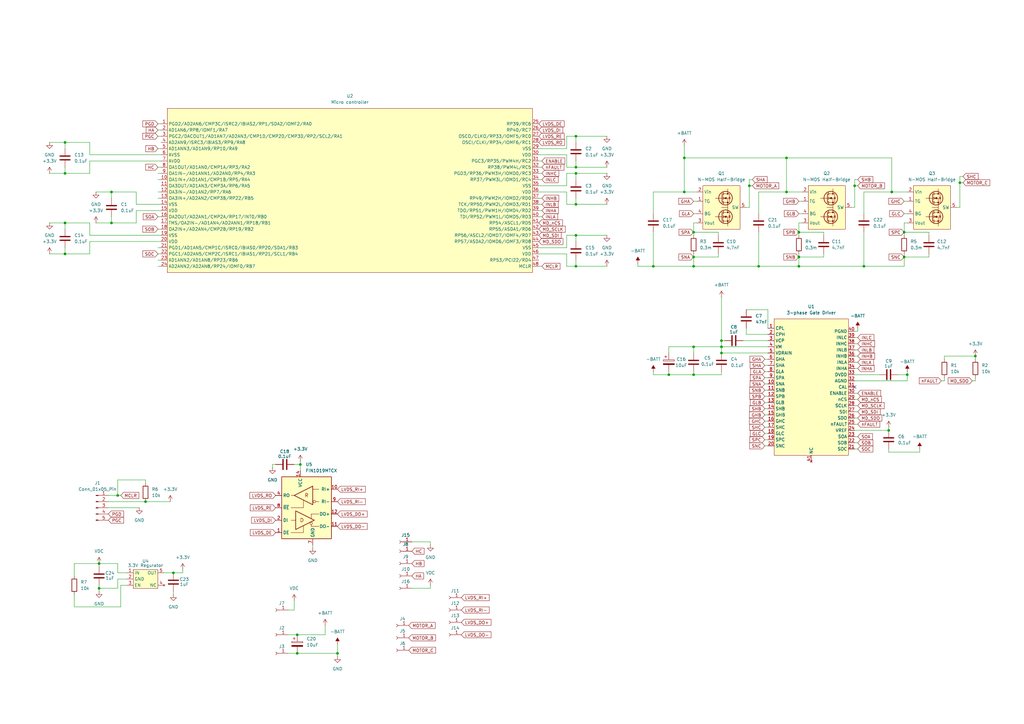
<source format=kicad_sch>
(kicad_sch (version 20250114) (generator "eeschema") (generator_version "9.0")
  (paper "A3")
  (junction (at 327.66 95.25))
  (junction (at 45.72 78.74))
  (junction (at 284.48 142.24))
  (junction (at 274.32 153.67))
  (junction (at 236.22 68.58))
  (junction (at 26.67 104.14))
  (junction (at 284.48 109.22))
  (junction (at 322.58 78.74))
  (junction (at 48.26 203.2))
  (junction (at 40.64 241.3))
  (junction (at 280.67 78.74))
  (junction (at 370.84 105.41))
  (junction (at 295.91 142.24))
  (junction (at 236.22 83.82))
  (junction (at 295.91 139.7))
  (junction (at 327.66 105.41))
  (junction (at 400.05 146.05))
  (junction (at 280.67 64.77))
  (junction (at 26.67 58.42))
  (junction (at 350.52 76.2))
  (junction (at 236.22 96.52))
  (junction (at 26.67 91.44))
  (junction (at 307.34 76.2))
  (junction (at 71.12 234.95))
  (junction (at 26.67 71.12))
  (junction (at 354.33 109.22))
  (junction (at 284.48 153.67))
  (junction (at 121.92 267.97))
  (junction (at 364.49 176.53))
  (junction (at 123.19 190.5))
  (junction (at 372.11 153.67))
  (junction (at 393.7 74.93))
  (junction (at 121.92 260.35))
  (junction (at 59.69 205.74))
  (junction (at 284.48 95.25))
  (junction (at 327.66 109.22))
  (junction (at 311.15 109.22))
  (junction (at 236.22 109.22))
  (junction (at 40.64 231.14))
  (junction (at 284.48 105.41))
  (junction (at 295.91 144.78))
  (junction (at 138.43 267.97))
  (junction (at 236.22 55.88))
  (junction (at 322.58 64.77))
  (junction (at 370.84 95.25))
  (junction (at 365.76 78.74))
  (junction (at 45.72 91.44))
  (junction (at 267.97 109.22))
  (junction (at 236.22 71.12))
  (no_connect (at 350.52 158.75))
  (wire (pts (xy 48.26 196.85) (xy 48.26 203.2)))
  (wire (pts (xy 220.98 76.2) (xy 232.41 76.2)))
  (wire (pts (xy 26.67 91.44) (xy 26.67 93.98)))
  (wire (pts (xy 364.49 185.42) (xy 364.49 184.15)))
  (wire (pts (xy 45.72 78.74) (xy 45.72 81.28)))
  (wire (pts (xy 328.93 91.44) (xy 327.66 91.44)))
  (wire (pts (xy 284.48 91.44) (xy 285.75 91.44)))
  (wire (pts (xy 236.22 55.88) (xy 236.22 58.42)))
  (wire (pts (xy 314.96 127) (xy 306.07 127)))
  (wire (pts (xy 236.22 96.52) (xy 236.22 99.06)))
  (wire (pts (xy 248.92 96.52) (xy 236.22 96.52)))
  (wire (pts (xy 36.83 96.52) (xy 36.83 91.44)))
  (wire (pts (xy 295.91 142.24) (xy 295.91 144.78)))
  (wire (pts (xy 364.49 176.53) (xy 364.49 175.26)))
  (wire (pts (xy 71.12 243.84) (xy 71.12 242.57)))
  (wire (pts (xy 220.98 101.6) (xy 232.41 101.6)))
  (wire (pts (xy 294.64 105.41) (xy 284.48 105.41)))
  (wire (pts (xy 284.48 95.25) (xy 284.48 96.52)))
  (wire (pts (xy 236.22 66.04) (xy 236.22 68.58)))
  (wire (pts (xy 220.98 60.96) (xy 232.41 60.96)))
  (wire (pts (xy 40.64 241.3) (xy 40.64 240.03)))
  (wire (pts (xy 45.72 88.9) (xy 45.72 91.44)))
  (wire (pts (xy 313.69 175.26) (xy 314.96 175.26)))
  (wire (pts (xy 40.64 231.14) (xy 40.64 232.41)))
  (wire (pts (xy 393.7 74.93) (xy 393.7 85.09)))
  (wire (pts (xy 52.07 234.95) (xy 48.26 234.95)))
  (wire (pts (xy 387.35 146.05) (xy 400.05 146.05)))
  (wire (pts (xy 377.19 184.15) (xy 377.19 185.42)))
  (wire (pts (xy 354.33 109.22) (xy 370.84 109.22)))
  (wire (pts (xy 55.88 83.82) (xy 66.04 83.82)))
  (wire (pts (xy 64.77 55.88) (xy 66.04 55.88)))
  (wire (pts (xy 274.32 152.4) (xy 274.32 153.67)))
  (wire (pts (xy 236.22 106.68) (xy 236.22 109.22)))
  (wire (pts (xy 220.98 104.14) (xy 232.41 104.14)))
  (wire (pts (xy 311.15 87.63) (xy 311.15 78.74)))
  (wire (pts (xy 370.84 91.44) (xy 372.11 91.44)))
  (wire (pts (xy 121.92 267.97) (xy 138.43 267.97)))
  (wire (pts (xy 138.43 264.16) (xy 138.43 267.97)))
  (wire (pts (xy 370.84 95.25) (xy 370.84 96.52)))
  (wire (pts (xy 337.82 95.25) (xy 327.66 95.25)))
  (wire (pts (xy 232.41 78.74) (xy 232.41 83.82)))
  (wire (pts (xy 327.66 82.55) (xy 328.93 82.55)))
  (wire (pts (xy 64.77 88.9) (xy 66.04 88.9)))
  (wire (pts (xy 295.91 139.7) (xy 297.18 139.7)))
  (wire (pts (xy 351.79 184.15) (xy 350.52 184.15)))
  (wire (pts (xy 284.48 109.22) (xy 311.15 109.22)))
  (wire (pts (xy 307.34 73.66) (xy 308.61 73.66)))
  (wire (pts (xy 48.26 203.2) (xy 49.53 203.2)))
  (wire (pts (xy 372.11 78.74) (xy 365.76 78.74)))
  (wire (pts (xy 313.69 160.02) (xy 314.96 160.02)))
  (wire (pts (xy 307.34 73.66) (xy 307.34 76.2)))
  (wire (pts (xy 284.48 153.67) (xy 284.48 152.4)))
  (wire (pts (xy 284.48 104.14) (xy 284.48 105.41)))
  (wire (pts (xy 133.35 260.35) (xy 121.92 260.35)))
  (wire (pts (xy 327.66 104.14) (xy 327.66 105.41)))
  (wire (pts (xy 370.84 104.14) (xy 370.84 105.41)))
  (wire (pts (xy 236.22 81.28) (xy 236.22 83.82)))
  (wire (pts (xy 55.88 83.82) (xy 55.88 78.74)))
  (wire (pts (xy 74.93 233.68) (xy 74.93 234.95)))
  (wire (pts (xy 64.77 60.96) (xy 66.04 60.96)))
  (wire (pts (xy 307.34 85.09) (xy 306.07 85.09)))
  (wire (pts (xy 313.69 149.86) (xy 314.96 149.86)))
  (wire (pts (xy 20.32 58.42) (xy 26.67 58.42)))
  (wire (pts (xy 111.76 190.5) (xy 113.03 190.5)))
  (wire (pts (xy 393.7 85.09) (xy 392.43 85.09)))
  (wire (pts (xy 133.35 256.54) (xy 133.35 260.35)))
  (wire (pts (xy 48.26 231.14) (xy 40.64 231.14)))
  (wire (pts (xy 274.32 153.67) (xy 284.48 153.67)))
  (wire (pts (xy 30.48 231.14) (xy 40.64 231.14)))
  (wire (pts (xy 337.82 105.41) (xy 327.66 105.41)))
  (wire (pts (xy 48.26 241.3) (xy 48.26 237.49)))
  (wire (pts (xy 381 95.25) (xy 370.84 95.25)))
  (wire (pts (xy 313.69 152.4) (xy 314.96 152.4)))
  (wire (pts (xy 274.32 142.24) (xy 284.48 142.24)))
  (wire (pts (xy 64.77 104.14) (xy 66.04 104.14)))
  (wire (pts (xy 222.25 83.82) (xy 220.98 83.82)))
  (wire (pts (xy 220.98 78.74) (xy 232.41 78.74)))
  (wire (pts (xy 337.82 104.14) (xy 337.82 105.41)))
  (wire (pts (xy 55.88 86.36) (xy 66.04 86.36)))
  (wire (pts (xy 313.69 182.88) (xy 314.96 182.88)))
  (wire (pts (xy 313.69 154.94) (xy 314.96 154.94)))
  (wire (pts (xy 232.41 55.88) (xy 236.22 55.88)))
  (wire (pts (xy 118.11 260.35) (xy 121.92 260.35)))
  (wire (pts (xy 176.53 222.25) (xy 168.91 222.25)))
  (wire (pts (xy 368.3 153.67) (xy 372.11 153.67)))
  (wire (pts (xy 222.25 68.58) (xy 220.98 68.58)))
  (wire (pts (xy 360.68 153.67) (xy 350.52 153.67)))
  (wire (pts (xy 64.77 106.68) (xy 66.04 106.68)))
  (wire (pts (xy 138.43 267.97) (xy 138.43 269.24)))
  (wire (pts (xy 71.12 234.95) (xy 74.93 234.95)))
  (wire (pts (xy 26.67 104.14) (xy 20.32 104.14)))
  (wire (pts (xy 370.84 82.55) (xy 372.11 82.55)))
  (wire (pts (xy 284.48 82.55) (xy 285.75 82.55)))
  (wire (pts (xy 176.53 240.03) (xy 176.53 241.3)))
  (wire (pts (xy 313.69 170.18) (xy 314.96 170.18)))
  (wire (pts (xy 354.33 95.25) (xy 354.33 109.22)))
  (wire (pts (xy 232.41 60.96) (xy 232.41 55.88)))
  (wire (pts (xy 351.79 143.51) (xy 350.52 143.51)))
  (wire (pts (xy 381 96.52) (xy 381 95.25)))
  (wire (pts (xy 222.25 81.28) (xy 220.98 81.28)))
  (wire (pts (xy 64.77 78.74) (xy 66.04 78.74)))
  (wire (pts (xy 40.64 242.57) (xy 40.64 241.3)))
  (wire (pts (xy 304.8 139.7) (xy 314.96 139.7)))
  (wire (pts (xy 306.07 134.62) (xy 306.07 137.16)))
  (wire (pts (xy 311.15 95.25) (xy 311.15 109.22)))
  (wire (pts (xy 222.25 109.22) (xy 220.98 109.22)))
  (wire (pts (xy 400.05 156.21) (xy 400.05 154.94)))
  (wire (pts (xy 59.69 205.74) (xy 69.85 205.74)))
  (wire (pts (xy 351.79 134.62) (xy 351.79 135.89)))
  (wire (pts (xy 232.41 68.58) (xy 236.22 68.58)))
  (wire (pts (xy 351.79 148.59) (xy 350.52 148.59)))
  (wire (pts (xy 45.72 91.44) (xy 39.37 91.44)))
  (wire (pts (xy 36.83 63.5) (xy 66.04 63.5)))
  (wire (pts (xy 351.79 166.37) (xy 350.52 166.37)))
  (wire (pts (xy 222.25 88.9) (xy 220.98 88.9)))
  (wire (pts (xy 351.79 135.89) (xy 350.52 135.89)))
  (wire (pts (xy 64.77 68.58) (xy 66.04 68.58)))
  (wire (pts (xy 36.83 71.12) (xy 26.67 71.12)))
  (wire (pts (xy 36.83 96.52) (xy 66.04 96.52)))
  (wire (pts (xy 400.05 146.05) (xy 400.05 147.32)))
  (wire (pts (xy 267.97 153.67) (xy 267.97 152.4)))
  (wire (pts (xy 232.41 63.5) (xy 232.41 68.58)))
  (wire (pts (xy 351.79 163.83) (xy 350.52 163.83)))
  (wire (pts (xy 351.79 138.43) (xy 350.52 138.43)))
  (wire (pts (xy 274.32 144.78) (xy 274.32 142.24)))
  (wire (pts (xy 284.48 142.24) (xy 284.48 144.78)))
  (wire (pts (xy 64.77 53.34) (xy 66.04 53.34)))
  (wire (pts (xy 128.27 224.79) (xy 128.27 223.52)))
  (wire (pts (xy 294.64 104.14) (xy 294.64 105.41)))
  (wire (pts (xy 59.69 196.85) (xy 59.69 198.12)))
  (wire (pts (xy 295.91 153.67) (xy 295.91 152.4)))
  (wire (pts (xy 111.76 191.77) (xy 111.76 190.5)))
  (wire (pts (xy 351.79 168.91) (xy 350.52 168.91)))
  (wire (pts (xy 313.69 177.8) (xy 314.96 177.8)))
  (wire (pts (xy 267.97 95.25) (xy 267.97 109.22)))
  (wire (pts (xy 55.88 78.74) (xy 45.72 78.74)))
  (wire (pts (xy 313.69 162.56) (xy 314.96 162.56)))
  (wire (pts (xy 322.58 78.74) (xy 322.58 64.77)))
  (wire (pts (xy 176.53 223.52) (xy 176.53 222.25)))
  (wire (pts (xy 36.83 91.44) (xy 26.67 91.44)))
  (wire (pts (xy 350.52 176.53) (xy 364.49 176.53)))
  (wire (pts (xy 64.77 101.6) (xy 66.04 101.6)))
  (wire (pts (xy 123.19 189.23) (xy 123.19 190.5)))
  (wire (pts (xy 313.69 180.34) (xy 314.96 180.34)))
  (wire (pts (xy 236.22 71.12) (xy 236.22 73.66)))
  (wire (pts (xy 354.33 78.74) (xy 365.76 78.74)))
  (wire (pts (xy 248.92 71.12) (xy 236.22 71.12)))
  (wire (pts (xy 30.48 243.84) (xy 30.48 248.92)))
  (wire (pts (xy 120.65 246.38) (xy 120.65 250.19)))
  (wire (pts (xy 48.26 237.49) (xy 52.07 237.49)))
  (wire (pts (xy 381 104.14) (xy 381 105.41)))
  (wire (pts (xy 30.48 236.22) (xy 30.48 231.14)))
  (wire (pts (xy 49.53 248.92) (xy 49.53 240.03)))
  (wire (pts (xy 261.62 107.95) (xy 261.62 109.22)))
  (wire (pts (xy 280.67 59.69) (xy 280.67 64.77)))
  (wire (pts (xy 351.79 140.97) (xy 350.52 140.97)))
  (wire (pts (xy 176.53 241.3) (xy 168.91 241.3)))
  (wire (pts (xy 313.69 147.32) (xy 314.96 147.32)))
  (wire (pts (xy 350.52 76.2) (xy 350.52 85.09)))
  (wire (pts (xy 322.58 64.77) (xy 280.67 64.77)))
  (wire (pts (xy 294.64 95.25) (xy 284.48 95.25)))
  (wire (pts (xy 232.41 104.14) (xy 232.41 109.22)))
  (wire (pts (xy 294.64 96.52) (xy 294.64 95.25)))
  (wire (pts (xy 64.77 50.8) (xy 66.04 50.8)))
  (wire (pts (xy 308.61 76.2) (xy 307.34 76.2)))
  (wire (pts (xy 267.97 87.63) (xy 267.97 78.74)))
  (wire (pts (xy 280.67 78.74) (xy 285.75 78.74)))
  (wire (pts (xy 327.66 105.41) (xy 327.66 109.22)))
  (wire (pts (xy 351.79 179.07) (xy 350.52 179.07)))
  (wire (pts (xy 222.25 66.04) (xy 220.98 66.04)))
  (wire (pts (xy 387.35 156.21) (xy 387.35 154.94)))
  (wire (pts (xy 267.97 78.74) (xy 280.67 78.74)))
  (wire (pts (xy 40.64 241.3) (xy 48.26 241.3)))
  (wire (pts (xy 351.79 181.61) (xy 350.52 181.61)))
  (wire (pts (xy 314.96 134.62) (xy 314.96 127)))
  (wire (pts (xy 311.15 78.74) (xy 322.58 78.74)))
  (wire (pts (xy 232.41 76.2) (xy 232.41 71.12)))
  (wire (pts (xy 222.25 86.36) (xy 220.98 86.36)))
  (wire (pts (xy 36.83 66.04) (xy 66.04 66.04)))
  (wire (pts (xy 313.69 165.1) (xy 314.96 165.1)))
  (wire (pts (xy 370.84 91.44) (xy 370.84 95.25)))
  (wire (pts (xy 393.7 72.39) (xy 393.7 74.93)))
  (wire (pts (xy 351.79 161.29) (xy 350.52 161.29)))
  (wire (pts (xy 36.83 63.5) (xy 36.83 58.42)))
  (wire (pts (xy 284.48 153.67) (xy 295.91 153.67)))
  (wire (pts (xy 49.53 240.03) (xy 52.07 240.03)))
  (wire (pts (xy 55.88 86.36) (xy 55.88 91.44)))
  (wire (pts (xy 387.35 146.05) (xy 387.35 147.32)))
  (wire (pts (xy 232.41 101.6) (xy 232.41 96.52)))
  (wire (pts (xy 36.83 66.04) (xy 36.83 71.12)))
  (wire (pts (xy 36.83 58.42) (xy 26.67 58.42)))
  (wire (pts (xy 307.34 76.2) (xy 307.34 85.09)))
  (wire (pts (xy 20.32 91.44) (xy 26.67 91.44)))
  (wire (pts (xy 394.97 72.39) (xy 393.7 72.39)))
  (wire (pts (xy 248.92 83.82) (xy 236.22 83.82)))
  (wire (pts (xy 64.77 81.28) (xy 66.04 81.28)))
  (wire (pts (xy 351.79 171.45) (xy 350.52 171.45)))
  (wire (pts (xy 36.83 99.06) (xy 66.04 99.06)))
  (wire (pts (xy 120.65 190.5) (xy 123.19 190.5)))
  (wire (pts (xy 365.76 78.74) (xy 365.76 64.77)))
  (wire (pts (xy 284.48 105.41) (xy 284.48 109.22)))
  (wire (pts (xy 222.25 71.12) (xy 220.98 71.12)))
  (wire (pts (xy 328.93 78.74) (xy 322.58 78.74)))
  (wire (pts (xy 64.77 73.66) (xy 66.04 73.66)))
  (wire (pts (xy 232.41 71.12) (xy 236.22 71.12)))
  (wire (pts (xy 123.19 190.5) (xy 123.19 193.04)))
  (wire (pts (xy 48.26 234.95) (xy 48.26 231.14)))
  (wire (pts (xy 30.48 248.92) (xy 49.53 248.92)))
  (wire (pts (xy 26.67 68.58) (xy 26.67 71.12)))
  (wire (pts (xy 350.52 76.2) (xy 351.79 76.2)))
  (wire (pts (xy 261.62 109.22) (xy 267.97 109.22)))
  (wire (pts (xy 44.45 208.28) (xy 57.15 208.28)))
  (wire (pts (xy 36.83 99.06) (xy 36.83 104.14)))
  (wire (pts (xy 351.79 173.99) (xy 350.52 173.99)))
  (wire (pts (xy 351.79 146.05) (xy 350.52 146.05)))
  (wire (pts (xy 267.97 109.22) (xy 284.48 109.22)))
  (wire (pts (xy 350.52 76.2) (xy 350.52 73.66)))
  (wire (pts (xy 222.25 73.66) (xy 220.98 73.66)))
  (wire (pts (xy 248.92 109.22) (xy 236.22 109.22)))
  (wire (pts (xy 365.76 64.77) (xy 322.58 64.77)))
  (wire (pts (xy 284.48 142.24) (xy 295.91 142.24)))
  (wire (pts (xy 351.79 151.13) (xy 350.52 151.13)))
  (wire (pts (xy 64.77 93.98) (xy 66.04 93.98)))
  (wire (pts (xy 120.65 250.19) (xy 118.11 250.19)))
  (wire (pts (xy 327.66 87.63) (xy 328.93 87.63)))
  (wire (pts (xy 354.33 87.63) (xy 354.33 78.74)))
  (wire (pts (xy 48.26 203.2) (xy 44.45 203.2)))
  (wire (pts (xy 284.48 87.63) (xy 285.75 87.63)))
  (wire (pts (xy 26.67 101.6) (xy 26.67 104.14)))
  (wire (pts (xy 387.35 156.21) (xy 386.08 156.21)))
  (wire (pts (xy 232.41 83.82) (xy 236.22 83.82)))
  (wire (pts (xy 248.92 55.88) (xy 236.22 55.88)))
  (wire (pts (xy 64.77 71.12) (xy 66.04 71.12)))
  (wire (pts (xy 284.48 91.44) (xy 284.48 95.25)))
  (wire (pts (xy 67.31 234.95) (xy 71.12 234.95)))
  (wire (pts (xy 372.11 156.21) (xy 350.52 156.21)))
  (wire (pts (xy 295.91 142.24) (xy 295.91 139.7)))
  (wire (pts (xy 327.66 109.22) (xy 354.33 109.22)))
  (wire (pts (xy 313.69 172.72) (xy 314.96 172.72)))
  (wire (pts (xy 64.77 109.22) (xy 66.04 109.22)))
  (wire (pts (xy 267.97 153.67) (xy 274.32 153.67)))
  (wire (pts (xy 398.78 156.21) (xy 400.05 156.21)))
  (wire (pts (xy 377.19 185.42) (xy 364.49 185.42)))
  (wire (pts (xy 337.82 96.52) (xy 337.82 95.25)))
  (wire (pts (xy 59.69 196.85) (xy 48.26 196.85)))
  (wire (pts (xy 118.11 267.97) (xy 121.92 267.97)))
  (wire (pts (xy 306.07 137.16) (xy 314.96 137.16)))
  (wire (pts (xy 280.67 64.77) (xy 280.67 78.74)))
  (wire (pts (xy 372.11 153.67) (xy 372.11 156.21)))
  (wire (pts (xy 220.98 63.5) (xy 232.41 63.5)))
  (wire (pts (xy 311.15 109.22) (xy 327.66 109.22)))
  (wire (pts (xy 295.91 121.92) (xy 295.91 139.7)))
  (wire (pts (xy 370.84 105.41) (xy 370.84 109.22)))
  (wire (pts (xy 36.83 104.14) (xy 26.67 104.14)))
  (wire (pts (xy 39.37 78.74) (xy 45.72 78.74)))
  (wire (pts (xy 232.41 96.52) (xy 236.22 96.52)))
  (wire (pts (xy 372.11 152.4) (xy 372.11 153.67)))
  (wire (pts (xy 313.69 157.48) (xy 314.96 157.48)))
  (wire (pts (xy 26.67 71.12) (xy 20.32 71.12)))
  (wire (pts (xy 381 105.41) (xy 370.84 105.41)))
  (wire (pts (xy 295.91 144.78) (xy 314.96 144.78)))
  (wire (pts (xy 350.52 73.66) (xy 351.79 73.66)))
  (wire (pts (xy 393.7 74.93) (xy 394.97 74.93)))
  (wire (pts (xy 370.84 87.63) (xy 372.11 87.63)))
  (wire (pts (xy 327.66 95.25) (xy 327.66 96.52)))
  (wire (pts (xy 327.66 91.44) (xy 327.66 95.25)))
  (wire (pts (xy 55.88 91.44) (xy 45.72 91.44)))
  (wire (pts (xy 349.25 85.09) (xy 350.52 85.09)))
  (wire (pts (xy 232.41 109.22) (xy 236.22 109.22)))
  (wire (pts (xy 313.69 167.64) (xy 314.96 167.64)))
  (wire (pts (xy 44.45 205.74) (xy 59.69 205.74)))
  (wire (pts (xy 248.92 68.58) (xy 236.22 68.58)))
  (wire (pts (xy 26.67 58.42) (xy 26.67 60.96)))
  (wire (pts (xy 295.91 142.24) (xy 314.96 142.24)))
  (global_label "nFAULT" (shape input) (at 222.25 68.58 0) (property "Intersheetrefs" "${INTERSHEET_REFS}" (effects (hide yes))))
  (global_label "GHB" (shape input) (at 327.66 82.55 180) (property "Intersheetrefs" "${INTERSHEET_REFS}" (effects (hide yes))))
  (global_label "HB" (shape input) (at 64.77 60.96 180) (property "Intersheetrefs" "${INTERSHEET_REFS}" (effects (hide yes))))
  (global_label "MD_SDO" (shape input) (at 351.79 171.45 0) (property "Intersheetrefs" "${INTERSHEET_REFS}" (effects (hide yes))))
  (global_label "GHA" (shape input) (at 313.69 147.32 180) (property "Intersheetrefs" "${INTERSHEET_REFS}" (effects (hide yes))))
  (global_label "LVDS_DE" (shape input) (at 220.98 50.8 0) (property "Intersheetrefs" "${INTERSHEET_REFS}" (effects (hide yes))))
  (global_label "GHB" (shape input) (at 313.69 170.18 180) (property "Intersheetrefs" "${INTERSHEET_REFS}" (effects (hide yes))))
  (global_label "INLA" (shape input) (at 351.79 148.59 0) (property "Intersheetrefs" "${INTERSHEET_REFS}" (effects (hide yes))))
  (global_label "SNA" (shape input) (at 313.69 157.48 180) (property "Intersheetrefs" "${INTERSHEET_REFS}" (effects (hide yes))))
  (global_label "MD_nCS" (shape input) (at 351.79 163.83 0) (property "Intersheetrefs" "${INTERSHEET_REFS}" (effects (hide yes))))
  (global_label "MD_nCS" (shape input) (at 220.98 91.44 0) (property "Intersheetrefs" "${INTERSHEET_REFS}" (effects (hide yes))))
  (global_label "MOTOR_B" (shape input) (at 167.64 261.62 0) (property "Intersheetrefs" "${INTERSHEET_REFS}" (effects (hide yes))))
  (global_label "PGD" (shape input) (at 44.45 210.82 0) (property "Intersheetrefs" "${INTERSHEET_REFS}" (effects (hide yes))))
  (global_label "SPA" (shape input) (at 284.48 95.25 180) (property "Intersheetrefs" "${INTERSHEET_REFS}" (effects (hide yes))))
  (global_label "LVDS_RI-" (shape input) (at 138.43 205.74 0) (property "Intersheetrefs" "${INTERSHEET_REFS}" (effects (hide yes))))
  (global_label "GHA" (shape input) (at 284.48 82.55 180) (property "Intersheetrefs" "${INTERSHEET_REFS}" (effects (hide yes))))
  (global_label "INHB" (shape input) (at 222.25 81.28 0) (property "Intersheetrefs" "${INTERSHEET_REFS}" (effects (hide yes))))
  (global_label "SNA" (shape input) (at 284.48 105.41 180) (property "Intersheetrefs" "${INTERSHEET_REFS}" (effects (hide yes))))
  (global_label "GHC" (shape input) (at 370.84 82.55 180) (property "Intersheetrefs" "${INTERSHEET_REFS}" (effects (hide yes))))
  (global_label "LVDS_DE" (shape input) (at 113.03 218.44 180) (property "Intersheetrefs" "${INTERSHEET_REFS}" (effects (hide yes))))
  (global_label "HA" (shape input) (at 64.77 53.34 180) (property "Intersheetrefs" "${INTERSHEET_REFS}" (effects (hide yes))))
  (global_label "LVDS_RO" (shape input) (at 220.98 58.42 0) (property "Intersheetrefs" "${INTERSHEET_REFS}" (effects (hide yes))))
  (global_label "HC" (shape input) (at 64.77 68.58 180) (property "Intersheetrefs" "${INTERSHEET_REFS}" (effects (hide yes))))
  (global_label "SHC" (shape input) (at 394.97 72.39 0) (property "Intersheetrefs" "${INTERSHEET_REFS}" (effects (hide yes))))
  (global_label "SPC" (shape input) (at 370.84 95.25 180) (property "Intersheetrefs" "${INTERSHEET_REFS}" (effects (hide yes))))
  (global_label "INLA" (shape input) (at 222.25 88.9 0) (property "Intersheetrefs" "${INTERSHEET_REFS}" (effects (hide yes))))
  (global_label "MOTOR_B" (shape input) (at 351.79 76.2 0) (property "Intersheetrefs" "${INTERSHEET_REFS}" (effects (hide yes))))
  (global_label "INLC" (shape input) (at 351.79 138.43 0) (property "Intersheetrefs" "${INTERSHEET_REFS}" (effects (hide yes))))
  (global_label "SOA" (shape input) (at 351.79 179.07 0) (property "Intersheetrefs" "${INTERSHEET_REFS}" (effects (hide yes))))
  (global_label "LVDS_RO" (shape input) (at 113.03 203.2 180) (property "Intersheetrefs" "${INTERSHEET_REFS}" (effects (hide yes))))
  (global_label "MCLR" (shape input) (at 222.25 109.22 0) (property "Intersheetrefs" "${INTERSHEET_REFS}" (effects (hide yes))))
  (global_label "SHC" (shape input) (at 313.69 175.26 180) (property "Intersheetrefs" "${INTERSHEET_REFS}" (effects (hide yes))))
  (global_label "SNB" (shape input) (at 313.69 160.02 180) (property "Intersheetrefs" "${INTERSHEET_REFS}" (effects (hide yes))))
  (global_label "LVDS_DO+" (shape input) (at 138.43 210.82 0) (property "Intersheetrefs" "${INTERSHEET_REFS}" (effects (hide yes))))
  (global_label "nFAULT" (shape input) (at 351.79 173.99 0) (property "Intersheetrefs" "${INTERSHEET_REFS}" (effects (hide yes))))
  (global_label "SOB" (shape input) (at 64.77 93.98 180) (property "Intersheetrefs" "${INTERSHEET_REFS}" (effects (hide yes))))
  (global_label "LVDS_RE" (shape input) (at 220.98 55.88 0) (property "Intersheetrefs" "${INTERSHEET_REFS}" (effects (hide yes))))
  (global_label "LVDS_RI-" (shape input) (at 189.23 250.19 0) (property "Intersheetrefs" "${INTERSHEET_REFS}" (effects (hide yes))))
  (global_label "GLA" (shape input) (at 284.48 87.63 180) (property "Intersheetrefs" "${INTERSHEET_REFS}" (effects (hide yes))))
  (global_label "LVDS_RI+" (shape input) (at 189.23 245.11 0) (property "Intersheetrefs" "${INTERSHEET_REFS}" (effects (hide yes))))
  (global_label "INHA" (shape input) (at 351.79 151.13 0) (property "Intersheetrefs" "${INTERSHEET_REFS}" (effects (hide yes))))
  (global_label "SPB" (shape input) (at 327.66 95.25 180) (property "Intersheetrefs" "${INTERSHEET_REFS}" (effects (hide yes))))
  (global_label "LVDS_DI" (shape input) (at 113.03 213.36 180) (property "Intersheetrefs" "${INTERSHEET_REFS}" (effects (hide yes))))
  (global_label "PGD" (shape input) (at 64.77 50.8 180) (property "Intersheetrefs" "${INTERSHEET_REFS}" (effects (hide yes))))
  (global_label "SPA" (shape input) (at 313.69 154.94 180) (property "Intersheetrefs" "${INTERSHEET_REFS}" (effects (hide yes))))
  (global_label "MD_SDO" (shape input) (at 220.98 99.06 0) (property "Intersheetrefs" "${INTERSHEET_REFS}" (effects (hide yes))))
  (global_label "MOTOR_A" (shape input) (at 167.64 256.54 0) (property "Intersheetrefs" "${INTERSHEET_REFS}" (effects (hide yes))))
  (global_label "SPB" (shape input) (at 313.69 162.56 180) (property "Intersheetrefs" "${INTERSHEET_REFS}" (effects (hide yes))))
  (global_label "MD_SCLK" (shape input) (at 220.98 93.98 0) (property "Intersheetrefs" "${INTERSHEET_REFS}" (effects (hide yes))))
  (global_label "MD_SCLK" (shape input) (at 351.79 166.37 0) (property "Intersheetrefs" "${INTERSHEET_REFS}" (effects (hide yes))))
  (global_label "SNC" (shape input) (at 313.69 182.88 180) (property "Intersheetrefs" "${INTERSHEET_REFS}" (effects (hide yes))))
  (global_label "INHC" (shape input) (at 222.25 71.12 0) (property "Intersheetrefs" "${INTERSHEET_REFS}" (effects (hide yes))))
  (global_label "GLC" (shape input) (at 313.69 177.8 180) (property "Intersheetrefs" "${INTERSHEET_REFS}" (effects (hide yes))))
  (global_label "PGC" (shape input) (at 44.45 213.36 0) (property "Intersheetrefs" "${INTERSHEET_REFS}" (effects (hide yes))))
  (global_label "INHB" (shape input) (at 351.79 146.05 0) (property "Intersheetrefs" "${INTERSHEET_REFS}" (effects (hide yes))))
  (global_label "MOTOR_A" (shape input) (at 308.61 76.2 0) (property "Intersheetrefs" "${INTERSHEET_REFS}" (effects (hide yes))))
  (global_label "ENABLE" (shape input) (at 351.79 161.29 0) (property "Intersheetrefs" "${INTERSHEET_REFS}" (effects (hide yes))))
  (global_label "nFAULT" (shape input) (at 386.08 156.21 180) (property "Intersheetrefs" "${INTERSHEET_REFS}" (effects (hide yes))))
  (global_label "MOTOR_C" (shape input) (at 394.97 74.93 0) (property "Intersheetrefs" "${INTERSHEET_REFS}" (effects (hide yes))))
  (global_label "GHC" (shape input) (at 313.69 172.72 180) (property "Intersheetrefs" "${INTERSHEET_REFS}" (effects (hide yes))))
  (global_label "ENABLE" (shape input) (at 222.25 66.04 0) (property "Intersheetrefs" "${INTERSHEET_REFS}" (effects (hide yes))))
  (global_label "MCLR" (shape input) (at 49.53 203.2 0) (property "Intersheetrefs" "${INTERSHEET_REFS}" (effects (hide yes))))
  (global_label "PGC" (shape input) (at 64.77 55.88 180) (property "Intersheetrefs" "${INTERSHEET_REFS}" (effects (hide yes))))
  (global_label "SHB" (shape input) (at 313.69 167.64 180) (property "Intersheetrefs" "${INTERSHEET_REFS}" (effects (hide yes))))
  (global_label "INHA" (shape input) (at 222.25 86.36 0) (property "Intersheetrefs" "${INTERSHEET_REFS}" (effects (hide yes))))
  (global_label "GLB" (shape input) (at 313.69 165.1 180) (property "Intersheetrefs" "${INTERSHEET_REFS}" (effects (hide yes))))
  (global_label "MD_SDO" (shape input) (at 398.78 156.21 180) (property "Intersheetrefs" "${INTERSHEET_REFS}" (effects (hide yes))))
  (global_label "HB" (shape input) (at 168.91 231.14 0) (property "Intersheetrefs" "${INTERSHEET_REFS}" (effects (hide yes))))
  (global_label "SOC" (shape input) (at 351.79 184.15 0) (property "Intersheetrefs" "${INTERSHEET_REFS}" (effects (hide yes))))
  (global_label "HC" (shape input) (at 168.91 226.06 0) (property "Intersheetrefs" "${INTERSHEET_REFS}" (effects (hide yes))))
  (global_label "LVDS_RI+" (shape input) (at 138.43 200.66 0) (property "Intersheetrefs" "${INTERSHEET_REFS}" (effects (hide yes))))
  (global_label "MD_SDI" (shape input) (at 351.79 168.91 0) (property "Intersheetrefs" "${INTERSHEET_REFS}" (effects (hide yes))))
  (global_label "LVDS_DO+" (shape input) (at 189.23 255.27 0) (property "Intersheetrefs" "${INTERSHEET_REFS}" (effects (hide yes))))
  (global_label "LVDS_DI" (shape input) (at 220.98 53.34 0) (property "Intersheetrefs" "${INTERSHEET_REFS}" (effects (hide yes))))
  (global_label "SNB" (shape input) (at 327.66 105.41 180) (property "Intersheetrefs" "${INTERSHEET_REFS}" (effects (hide yes))))
  (global_label "SOB" (shape input) (at 351.79 181.61 0) (property "Intersheetrefs" "${INTERSHEET_REFS}" (effects (hide yes))))
  (global_label "MD_SDI" (shape input) (at 220.98 96.52 0) (property "Intersheetrefs" "${INTERSHEET_REFS}" (effects (hide yes))))
  (global_label "SNC" (shape input) (at 370.84 105.41 180) (property "Intersheetrefs" "${INTERSHEET_REFS}" (effects (hide yes))))
  (global_label "GLC" (shape input) (at 370.84 87.63 180) (property "Intersheetrefs" "${INTERSHEET_REFS}" (effects (hide yes))))
  (global_label "SHA" (shape input) (at 308.61 73.66 0) (property "Intersheetrefs" "${INTERSHEET_REFS}" (effects (hide yes))))
  (global_label "INLB" (shape input) (at 351.79 143.51 0) (property "Intersheetrefs" "${INTERSHEET_REFS}" (effects (hide yes))))
  (global_label "SHB" (shape input) (at 351.79 73.66 0) (property "Intersheetrefs" "${INTERSHEET_REFS}" (effects (hide yes))))
  (global_label "SOC" (shape input) (at 64.77 104.14 180) (property "Intersheetrefs" "${INTERSHEET_REFS}" (effects (hide yes))))
  (global_label "INLC" (shape input) (at 222.25 73.66 0) (property "Intersheetrefs" "${INTERSHEET_REFS}" (effects (hide yes))))
  (global_label "MOTOR_C" (shape input) (at 167.64 266.7 0) (property "Intersheetrefs" "${INTERSHEET_REFS}" (effects (hide yes))))
  (global_label "INHC" (shape input) (at 351.79 140.97 0) (property "Intersheetrefs" "${INTERSHEET_REFS}" (effects (hide yes))))
  (global_label "INLB" (shape input) (at 222.25 83.82 0) (property "Intersheetrefs" "${INTERSHEET_REFS}" (effects (hide yes))))
  (global_label "SPC" (shape input) (at 313.69 180.34 180) (property "Intersheetrefs" "${INTERSHEET_REFS}" (effects (hide yes))))
  (global_label "LVDS_RE" (shape input) (at 113.03 208.28 180) (property "Intersheetrefs" "${INTERSHEET_REFS}" (effects (hide yes))))
  (global_label "GLB" (shape input) (at 327.66 87.63 180) (property "Intersheetrefs" "${INTERSHEET_REFS}" (effects (hide yes))))
  (global_label "SHA" (shape input) (at 313.69 149.86 180) (property "Intersheetrefs" "${INTERSHEET_REFS}" (effects (hide yes))))
  (global_label "SOA" (shape input) (at 64.77 88.9 180) (property "Intersheetrefs" "${INTERSHEET_REFS}" (effects (hide yes))))
  (global_label "HA" (shape input) (at 168.91 236.22 0) (property "Intersheetrefs" "${INTERSHEET_REFS}" (effects (hide yes))))
  (global_label "GLA" (shape input) (at 313.69 152.4 180) (property "Intersheetrefs" "${INTERSHEET_REFS}" (effects (hide yes))))
  (global_label "LVDS_DO-" (shape input) (at 138.43 215.9 0) (property "Intersheetrefs" "${INTERSHEET_REFS}" (effects (hide yes))))
  (global_label "LVDS_DO-" (shape input) (at 189.23 260.35 0) (property "Intersheetrefs" "${INTERSHEET_REFS}" (effects (hide yes))))
  (symbol (lib_id "power:+3.3V") (at 69.85 205.74 0) (unit 1)
    (property "Reference" "#PWR022" (effects (hide yes)))
    (property "Value" "+3.3V" (at 69.85 200.66 0))
    (property "Description" "Power symbol creates a global label with name \"+3.3V\"" (effects (hide yes)))
  )
  (symbol (lib_id "Connector:Conn_01x01_Socket") (at 113.03 260.35 180) (unit 1)
    (property "Reference" "J2" (at 115.57 257.556 0))
    (property "Value" "Conn_01x01_Socket" (effects (hide yes)))
    (property "Footprint" "Connector_Wire:SolderWirePad_1x01_SMD_3x6mm" (effects (hide yes)))
    (property "Description" "Generic connector, single row, 01x01, script generated" (effects (hide yes)))
  )
  (symbol (lib_id "NRC06F1002TRF:NRC06F1002TRF") (at 30.48 240.03 0) (unit 1)
    (property "Reference" "R7" (at 33.02 238.7599 0) (effects (justify left)))
    (property "Value" "10k" (at 33.02 241.2999 0) (effects (justify left)))
    (property "Footprint" "Resistor_SMD:R_0603_1608Metric" (effects (hide yes)))
    (property "Datasheet" "https://www.niccomp.com/wp-content/uploads/catalog/nrc.pdf" (effects (hide yes)))
    (property "Description" "register 10k ohm 0.1W" (effects (hide yes)))
    (property "product" "NRC06F1002TRF" (effects (hide yes)))
  )
  (symbol (lib_id "power:+3.3V") (at 20.32 71.12 0) (unit 1)
    (property "Reference" "#PWR017" (effects (hide yes)))
    (property "Value" "+3.3V" (at 20.32 66.04 0))
    (property "Description" "Power symbol creates a global label with name \"+3.3V\"" (effects (hide yes)))
  )
  (symbol (lib_id "FIN1019MTCX:FIN1019MTCX") (at 127 208.28 0) (unit 1)
    (property "Reference" "U5" (at 125.3333 190.5 0) (effects (justify left)))
    (property "Value" "FIN1019MTCX" (at 125.3333 193.04 0) (effects (justify left)))
    (property "Footprint" "Package_SO:TSSOP-14_4.4x5mm_P0.65mm" (effects (hide yes)))
    (property "Datasheet" "https://mm.digikey.com/Volume0/opasdata/d220001/medias/docus/1021/FIN1019.pdf" (effects (hide yes)))
    (property "Description" "3.3V LVDS High Speed Differential Driver/Receiver, 400Mbps, TSSOP-14" (effects (hide yes)))
    (property "product" "FIN1019MTCX" (effects (hide yes)))
  )
  (symbol (lib_id "power:+3.3V") (at 248.92 109.22 0) (mirror y) (unit 1)
    (property "Reference" "#PWR021" (effects (hide yes)))
    (property "Value" "+3.3V" (at 248.92 104.14 0))
    (property "Description" "Power symbol creates a global label with name \"+3.3V\"" (effects (hide yes)))
  )
  (symbol (lib_id "CC0603KRX7R9BB472:CC0603KRX7R9BB472") (at 381 100.33 0) (unit 1)
    (property "Reference" "C12" (at 384.302 99.06 0) (effects (justify left)))
    (property "Value" "4.7nF" (at 384.302 101.6 0) (effects (justify left)))
    (property "Footprint" "Capacitor_SMD:C_0603_1608Metric" (effects (hide yes)))
    (property "Datasheet" "https://www.yageogroup.com/content/datasheet/asset/file/UPY-GPHC_X7R_6_3V-TO-250V" (effects (hide yes)))
    (property "Description" "capacitor 4.7nF 50V X7R" (effects (hide yes)))
    (property "product" "CC0603KRX7R9BB472" (effects (hide yes)))
  )
  (symbol (lib_id "CSNL2512FTL300:CSNL2512FTL300") (at 284.48 100.33 0) (unit 1)
    (property "Reference" "R3" (at 287.02 99.0599 0) (effects (justify left)))
    (property "Value" "0.3m" (at 287.02 101.5999 0) (effects (justify left)))
    (property "Footprint" "Resistor_SMD:R_2512_6332Metric" (effects (hide yes)))
    (property "Datasheet" "https://www.seielect.com/Catalog/SEI-CSNL.PDF" (effects (hide yes)))
    (property "Description" "register 0.3 ohm 3W" (effects (hide yes)))
    (property "product" "CSNL2512FTL300" (effects (hide yes)))
  )
  (symbol (lib_id "Connector:Conn_01x01_Socket") (at 163.83 226.06 180) (unit 1)
    (property "Reference" "J8" (at 166.37 223.266 0))
    (property "Value" "Conn_01x01_Socket" (effects (hide yes)))
    (property "Footprint" "Connector_Wire:SolderWirePad_1x01_SMD_2x4mm" (effects (hide yes)))
    (property "Description" "Generic connector, single row, 01x01, script generated" (effects (hide yes)))
  )
  (symbol (lib_id "TLV74033PDBVR:TLV74033PDBVR") (at 59.69 238.76 0) (unit 1)
    (property "Reference" "U4" (at 59.69 230.124 0))
    (property "Value" "3.3V Regurator" (at 59.69 231.902 0))
    (property "Footprint" "Package_TO_SOT_SMD:SOT-23-5" (effects (hide yes)))
    (property "Datasheet" "https://mm.digikey.com/Volume0/opasdata/d220001/medias/docus/5334/TLV740P_DS.pdf" (effects (hide yes)))
    (property "Description" "3.3V regurator 300mA" (effects (hide yes)))
    (property "product" "TLV74033PDBVR" (effects (hide yes)))
  )
  (symbol (lib_id "Connector:Conn_01x01_Socket") (at 184.15 250.19 180) (unit 1)
    (property "Reference" "J12" (at 186.69 247.396 0))
    (property "Value" "Conn_01x01_Socket" (effects (hide yes)))
    (property "Footprint" "Connector_Wire:SolderWirePad_1x01_SMD_2x4mm" (effects (hide yes)))
    (property "Description" "Generic connector, single row, 01x01, script generated" (effects (hide yes)))
  )
  (symbol (lib_id "CC0603KRX7R9BB472:CC0603KRX7R9BB472") (at 337.82 100.33 0) (unit 1)
    (property "Reference" "C11" (at 341.122 99.06 0) (effects (justify left)))
    (property "Value" "4.7nF" (at 341.122 101.6 0) (effects (justify left)))
    (property "Footprint" "Capacitor_SMD:C_0603_1608Metric" (effects (hide yes)))
    (property "Datasheet" "https://www.yageogroup.com/content/datasheet/asset/file/UPY-GPHC_X7R_6_3V-TO-250V" (effects (hide yes)))
    (property "Description" "capacitor 4.7nF 50V X7R" (effects (hide yes)))
    (property "product" "CC0603KRX7R9BB472" (effects (hide yes)))
  )
  (symbol (lib_id "CL21B105KBFNNNE:CL21B105KBFNNNE") (at 71.12 238.76 0) (unit 1)
    (property "Reference" "C23" (at 75.565 237.617 0))
    (property "Value" "1uF" (at 75.565 239.649 0))
    (property "Footprint" "Capacitor_SMD:C_0805_2012Metric" (effects (hide yes)))
    (property "Datasheet" "https://mm.digikey.com/Volume0/opasdata/d220001/medias/docus/609/CL21B105KBFNNNE_Spec.pdf" (effects (hide yes)))
    (property "Description" "capacitor 1uF 50V" (effects (hide yes)))
    (property "product" "CL21B105KBFNNNE" (effects (hide yes)))
  )
  (symbol (lib_id "power:GND") (at 20.32 58.42 0) (unit 1)
    (property "Reference" "#PWR016" (effects (hide yes)))
    (property "Value" "GND" (at 20.32 63.5 0))
    (property "Description" "Power symbol creates a global label with name \"GND\" , ground" (effects (hide yes)))
  )
  (symbol (lib_id "CSNL2512FTL300:CSNL2512FTL300") (at 370.84 100.33 0) (unit 1)
    (property "Reference" "R5" (at 373.38 99.0599 0) (effects (justify left)))
    (property "Value" "0.3m" (at 373.38 101.5999 0) (effects (justify left)))
    (property "Footprint" "Resistor_SMD:R_2512_6332Metric" (effects (hide yes)))
    (property "Datasheet" "https://www.seielect.com/Catalog/SEI-CSNL.PDF" (effects (hide yes)))
    (property "Description" "register 0.3 ohm 3W" (effects (hide yes)))
    (property "product" "CSNL2512FTL300" (effects (hide yes)))
  )
  (symbol (lib_id "power:VDC") (at 176.53 240.03 0) (unit 1)
    (property "Reference" "#PWR03" (effects (hide yes)))
    (property "Value" "VDC" (at 176.53 234.95 0))
    (property "Description" "Power symbol creates a global label with name \"VDC\"" (effects (hide yes)))
  )
  (symbol (lib_id "Connector:Conn_01x05_Pin") (at 39.37 208.28 0) (unit 1)
    (property "Reference" "J1" (at 40.005 198.12 0))
    (property "Value" "Conn_01x05_Pin" (at 40.005 200.66 0))
    (property "Footprint" "Connector_PinHeader_2.54mm:PinHeader_1x05_P2.54mm_Vertical" (effects (hide yes)))
    (property "Description" "Generic connector, single row, 01x05, script generated" (effects (hide yes)))
  )
  (symbol (lib_id "power:GND") (at 248.92 96.52 0) (mirror y) (unit 1)
    (property "Reference" "#PWR020" (effects (hide yes)))
    (property "Value" "GND" (at 248.92 101.6 0))
    (property "Description" "Power symbol creates a global label with name \"GND\" , ground" (effects (hide yes)))
  )
  (symbol (lib_id "power:-BATT") (at 377.19 184.15 0) (unit 1)
    (property "Reference" "#PWR015" (effects (hide yes)))
    (property "Value" "-BATT" (at 377.19 179.07 0))
    (property "Description" "Power symbol creates a global label with name \"-BATT\"" (effects (hide yes)))
  )
  (symbol (lib_id "power:-BATT") (at 351.79 134.62 0) (unit 1)
    (property "Reference" "#PWR010" (effects (hide yes)))
    (property "Value" "-BATT" (at 351.79 129.54 0))
    (property "Description" "Power symbol creates a global label with name \"-BATT\"" (effects (hide yes)))
  )
  (symbol (lib_id "GRM188F11H104ZA01:GRM188F11H104ZA01") (at 354.33 91.44 0) (unit 1)
    (property "Reference" "C22" (at 358.14 90.1699 0) (effects (justify left)))
    (property "Value" "0.1uF" (at 358.14 92.7099 0) (effects (justify left)))
    (property "Footprint" "Capacitor_SMD:C_0603_1608Metric" (effects (hide yes)))
    (property "Datasheet" "https://search.murata.co.jp/Ceramy/image/img/A01X/G101/JPN/GRM188F11H104ZA01-01.pdf" (effects (hide yes)))
    (property "Description" "capacitor 50Vdc 0.1uF" (effects (hide yes)))
    (property "product" "GRM188F11H104ZA01" (effects (hide yes)))
  )
  (symbol (lib_id "power:GND") (at 57.15 208.28 0) (unit 1)
    (property "Reference" "#PWR023" (effects (hide yes)))
    (property "Value" "GND" (at 57.15 213.36 0))
    (property "Description" "Power symbol creates a global label with name \"GND\" , ground" (effects (hide yes)))
  )
  (symbol (lib_id "power:GND") (at 71.12 243.84 0) (unit 1)
    (property "Reference" "#PWR031" (effects (hide yes)))
    (property "Value" "GND" (at 71.12 248.92 0))
    (property "Description" "Power symbol creates a global label with name \"GND\" , ground" (effects (hide yes)))
  )
  (symbol (lib_id "power:VDC") (at 40.64 231.14 0) (unit 1)
    (property "Reference" "#PWR025" (effects (hide yes)))
    (property "Value" "VDC" (at 40.64 226.06 0))
    (property "Description" "Power symbol creates a global label with name \"VDC\"" (effects (hide yes)))
  )
  (symbol (lib_id "GRM188F11H104ZA01:GRM188F11H104ZA01") (at 26.67 97.79 0) (unit 1)
    (property "Reference" "C14" (at 30.48 96.5199 0) (effects (justify left)))
    (property "Value" "0.1uF" (at 30.48 99.0599 0) (effects (justify left)))
    (property "Footprint" "Capacitor_SMD:C_0603_1608Metric" (effects (hide yes)))
    (property "Datasheet" "https://search.murata.co.jp/Ceramy/image/img/A01X/G101/JPN/GRM188F11H104ZA01-01.pdf" (effects (hide yes)))
    (property "Description" "capacitor 50Vdc 0.1uF" (effects (hide yes)))
    (property "product" "GRM188F11H104ZA01" (effects (hide yes)))
  )
  (symbol (lib_id "GRM188F11H104ZA01:GRM188F11H104ZA01") (at 364.49 180.34 0) (unit 1)
    (property "Reference" "C6" (at 368.3 179.0699 0) (effects (justify left)))
    (property "Value" "0.1uF" (at 368.3 181.6099 0) (effects (justify left)))
    (property "Footprint" "Capacitor_SMD:C_0603_1608Metric" (effects (hide yes)))
    (property "Datasheet" "https://search.murata.co.jp/Ceramy/image/img/A01X/G101/JPN/GRM188F11H104ZA01-01.pdf" (effects (hide yes)))
    (property "Description" "capacitor 50Vdc 0.1uF" (effects (hide yes)))
    (property "product" "GRM188F11H104ZA01" (effects (hide yes)))
  )
  (symbol (lib_id "CC0603KRX7R9BB472:CC0603KRX7R9BB472") (at 294.64 100.33 0) (unit 1)
    (property "Reference" "C10" (at 297.942 99.06 0) (effects (justify left)))
    (property "Value" "4.7nF" (at 297.942 101.6 0) (effects (justify left)))
    (property "Footprint" "Capacitor_SMD:C_0603_1608Metric" (effects (hide yes)))
    (property "Datasheet" "https://www.yageogroup.com/content/datasheet/asset/file/UPY-GPHC_X7R_6_3V-TO-250V" (effects (hide yes)))
    (property "Description" "capacitor 4.7nF 50V X7R" (effects (hide yes)))
    (property "product" "CC0603KRX7R9BB472" (effects (hide yes)))
  )
  (symbol (lib_id "Connector:Conn_01x01_Socket") (at 162.56 256.54 180) (unit 1)
    (property "Reference" "J4" (at 165.1 253.746 0))
    (property "Value" "Conn_01x01_Socket" (effects (hide yes)))
    (property "Footprint" "Connector_Wire:SolderWirePad_1x01_SMD_3x6mm" (effects (hide yes)))
    (property "Description" "Generic connector, single row, 01x01, script generated" (effects (hide yes)))
  )
  (symbol (lib_id "power:-BATT") (at 261.62 107.95 0) (unit 1)
    (property "Reference" "#PWR01" (effects (hide yes)))
    (property "Value" "-BATT" (at 261.62 102.87 0))
    (property "Description" "Power symbol creates a global label with name \"-BATT\"" (effects (hide yes)))
  )
  (symbol (lib_id "power:GND") (at 20.32 91.44 0) (unit 1)
    (property "Reference" "#PWR018" (effects (hide yes)))
    (property "Value" "GND" (at 20.32 96.52 0))
    (property "Description" "Power symbol creates a global label with name \"GND\" , ground" (effects (hide yes)))
  )
  (symbol (lib_id "power:+3.3V") (at 400.05 146.05 0) (unit 1)
    (property "Reference" "#PWR09" (effects (hide yes)))
    (property "Value" "+3.3V" (at 400.05 140.97 0))
    (property "Description" "Power symbol creates a global label with name \"+3.3V\"" (effects (hide yes)))
  )
  (symbol (lib_id "NRC06F1002TRF:NRC06F1002TRF") (at 59.69 201.93 0) (unit 1)
    (property "Reference" "R6" (at 62.23 200.6599 0) (effects (justify left)))
    (property "Value" "10k" (at 62.23 203.1999 0) (effects (justify left)))
    (property "Footprint" "Resistor_SMD:R_0603_1608Metric" (effects (hide yes)))
    (property "Datasheet" "https://www.niccomp.com/wp-content/uploads/catalog/nrc.pdf" (effects (hide yes)))
    (property "Description" "register 10k ohm 0.1W" (effects (hide yes)))
    (property "product" "NRC06F1002TRF" (effects (hide yes)))
  )
  (symbol (lib_id "power:GND") (at 248.92 71.12 0) (mirror y) (unit 1)
    (property "Reference" "#PWR06" (effects (hide yes)))
    (property "Value" "GND" (at 248.92 76.2 0))
    (property "Description" "Power symbol creates a global label with name \"GND\" , ground" (effects (hide yes)))
  )
  (symbol (lib_id "power:GND") (at 176.53 223.52 0) (unit 1)
    (property "Reference" "#PWR036" (effects (hide yes)))
    (property "Value" "GND" (at 176.53 228.6 0))
    (property "Description" "Power symbol creates a global label with name \"GND\" , ground" (effects (hide yes)))
  )
  (symbol (lib_id "power:-BATT") (at 267.97 152.4 0) (unit 1)
    (property "Reference" "#PWR011" (effects (hide yes)))
    (property "Value" "-BATT" (at 267.97 147.32 0))
    (property "Description" "Power symbol creates a global label with name \"-BATT\"" (effects (hide yes)))
  )
  (symbol (lib_id "GRM188F11H104ZA01:GRM188F11H104ZA01") (at 26.67 64.77 0) (unit 1)
    (property "Reference" "C13" (at 30.48 63.4999 0) (effects (justify left)))
    (property "Value" "0.1uF" (at 30.48 66.0399 0) (effects (justify left)))
    (property "Footprint" "Capacitor_SMD:C_0603_1608Metric" (effects (hide yes)))
    (property "Datasheet" "https://search.murata.co.jp/Ceramy/image/img/A01X/G101/JPN/GRM188F11H104ZA01-01.pdf" (effects (hide yes)))
    (property "Description" "capacitor 50Vdc 0.1uF" (effects (hide yes)))
    (property "product" "GRM188F11H104ZA01" (effects (hide yes)))
  )
  (symbol (lib_id "Connector:Conn_01x01_Socket") (at 184.15 245.11 180) (unit 1)
    (property "Reference" "J11" (at 186.69 242.316 0))
    (property "Value" "Conn_01x01_Socket" (effects (hide yes)))
    (property "Footprint" "Connector_Wire:SolderWirePad_1x01_SMD_2x4mm" (effects (hide yes)))
    (property "Description" "Generic connector, single row, 01x01, script generated" (effects (hide yes)))
  )
  (symbol (lib_id "GRM188F11H104ZA01:GRM188F11H104ZA01") (at 45.72 85.09 0) (unit 1)
    (property "Reference" "C1" (at 49.53 83.8199 0) (effects (justify left)))
    (property "Value" "0.1uF" (at 49.53 86.3599 0) (effects (justify left)))
    (property "Footprint" "Capacitor_SMD:C_0603_1608Metric" (effects (hide yes)))
    (property "Datasheet" "https://search.murata.co.jp/Ceramy/image/img/A01X/G101/JPN/GRM188F11H104ZA01-01.pdf" (effects (hide yes)))
    (property "Description" "capacitor 50Vdc 0.1uF" (effects (hide yes)))
    (property "product" "GRM188F11H104ZA01" (effects (hide yes)))
  )
  (symbol (lib_id "GRM188F11H104ZA01:GRM188F11H104ZA01") (at 236.22 62.23 0) (unit 1)
    (property "Reference" "C2" (at 240.03 60.9599 0) (effects (justify left)))
    (property "Value" "0.1uF" (at 240.03 63.4999 0) (effects (justify left)))
    (property "Footprint" "Capacitor_SMD:C_0603_1608Metric" (effects (hide yes)))
    (property "Datasheet" "https://search.murata.co.jp/Ceramy/image/img/A01X/G101/JPN/GRM188F11H104ZA01-01.pdf" (effects (hide yes)))
    (property "Description" "capacitor 50Vdc 0.1uF" (effects (hide yes)))
    (property "product" "GRM188F11H104ZA01" (effects (hide yes)))
  )
  (symbol (lib_id "Connector:Conn_01x01_Socket") (at 162.56 266.7 180) (unit 1)
    (property "Reference" "J6" (at 165.1 263.906 0))
    (property "Value" "Conn_01x01_Socket" (effects (hide yes)))
    (property "Footprint" "Connector_Wire:SolderWirePad_1x01_SMD_3x6mm" (effects (hide yes)))
    (property "Description" "Generic connector, single row, 01x01, script generated" (effects (hide yes)))
  )
  (symbol (lib_id "Connector:Conn_01x01_Socket") (at 163.83 231.14 180) (unit 1)
    (property "Reference" "J9" (at 166.37 228.346 0))
    (property "Value" "Conn_01x01_Socket" (effects (hide yes)))
    (property "Footprint" "Connector_Wire:SolderWirePad_1x01_SMD_2x4mm" (effects (hide yes)))
    (property "Description" "Generic connector, single row, 01x01, script generated" (effects (hide yes)))
  )
  (symbol (lib_id "power:GND") (at 128.27 224.79 0) (unit 1)
    (property "Reference" "#PWR033" (effects (hide yes)))
    (property "Value" "GND" (at 128.27 229.87 0))
    (property "Description" "Power symbol creates a global label with name \"GND\" , ground" (effects (hide yes)))
  )
  (symbol (lib_id "Connector:Conn_01x01_Socket") (at 113.03 250.19 180) (unit 1)
    (property "Reference" "J7" (at 115.57 247.396 0))
    (property "Value" "Conn_01x01_Socket" (effects (hide yes)))
    (property "Footprint" "Connector_Wire:SolderWirePad_1x01_SMD_2x4mm" (effects (hide yes)))
    (property "Description" "Generic connector, single row, 01x01, script generated" (effects (hide yes)))
  )
  (symbol (lib_id "Connector:Conn_01x01_Socket") (at 163.83 241.3 180) (unit 1)
    (property "Reference" "J16" (at 166.37 238.506 0))
    (property "Value" "Conn_01x01_Socket" (effects (hide yes)))
    (property "Footprint" "Connector_Wire:SolderWirePad_1x01_SMD_2x4mm" (effects (hide yes)))
    (property "Description" "Generic connector, single row, 01x01, script generated" (effects (hide yes)))
  )
  (symbol (lib_id "Connector:Conn_01x01_Socket") (at 163.83 236.22 180) (unit 1)
    (property "Reference" "J10" (at 166.37 233.426 0))
    (property "Value" "Conn_01x01_Socket" (effects (hide yes)))
    (property "Footprint" "Connector_Wire:SolderWirePad_1x01_SMD_2x4mm" (effects (hide yes)))
    (property "Description" "Generic connector, single row, 01x01, script generated" (effects (hide yes)))
  )
  (symbol (lib_id "CL21B105KBFNNNE:CL21B105KBFNNNE") (at 300.99 139.7 90) (unit 1)
    (property "Reference" "C8" (at 300.99 134.112 90))
    (property "Value" "1uF" (at 300.99 136.144 90))
    (property "Footprint" "Capacitor_SMD:C_0805_2012Metric" (effects (hide yes)))
    (property "Datasheet" "https://mm.digikey.com/Volume0/opasdata/d220001/medias/docus/609/CL21B105KBFNNNE_Spec.pdf" (effects (hide yes)))
    (property "Description" "capacitor 1uF 50V" (effects (hide yes)))
    (property "product" "CL21B105KBFNNNE" (effects (hide yes)))
  )
  (symbol (lib_id "Connector:Conn_01x01_Socket") (at 162.56 261.62 180) (unit 1)
    (property "Reference" "J5" (at 165.1 258.826 0))
    (property "Value" "Conn_01x01_Socket" (effects (hide yes)))
    (property "Footprint" "Connector_Wire:SolderWirePad_1x01_SMD_3x6mm" (effects (hide yes)))
    (property "Description" "Generic connector, single row, 01x01, script generated" (effects (hide yes)))
  )
  (symbol (lib_id "power:+3.3V") (at 364.49 175.26 0) (unit 1)
    (property "Reference" "#PWR014" (effects (hide yes)))
    (property "Value" "+3.3V" (at 364.49 170.18 0))
    (property "Description" "Power symbol creates a global label with name \"+3.3V\"" (effects (hide yes)))
  )
  (symbol (lib_id "power:-BATT") (at 138.43 264.16 0) (unit 1)
    (property "Reference" "#PWR027" (effects (hide yes)))
    (property "Value" "-BATT" (at 138.43 259.08 0))
    (property "Description" "Power symbol creates a global label with name \"-BATT\"" (effects (hide yes)))
  )
  (symbol (lib_id "power:VDC") (at 120.65 246.38 0) (unit 1)
    (property "Reference" "#PWR030" (effects (hide yes)))
    (property "Value" "VDC" (at 120.65 241.3 0))
    (property "Description" "Power symbol creates a global label with name \"VDC\"" (effects (hide yes)))
  )
  (symbol (lib_id "CSD87588N:CSD87588N") (at 295.91 85.09 0) (unit 1)
    (property "Reference" "Q1" (at 295.91 71.12 0))
    (property "Value" "N-MOS Half-Bridge" (at 295.91 73.66 0))
    (property "Footprint" "CSD87588N:CSD87588N" (effects (hide yes)))
    (property "Datasheet" "https://www.ti.com/lit/ds/symlink/csd87588n.pdf?HQS=dis-dk-null-digikeymode-dsf-pf-null-wwe&ts=1763007234938&ref_url=https%253A%252F%252Fwww.ti.com%252Fgeneral%252Fdocs%252Fsuppproductinfo.tsp%253FdistId%253D10%2526gotoUrl%253Dhttps%253A%252F%252Fwww.ti.com%252Flit%252Fgpn%252Fcsd87588n" (effects (hide yes)))
    (property "Description" "2N Half-Bridge VDS 30V ID 25A" (effects (hide yes)))
    (property "product" "CSD87588N" (effects (hide yes)))
  )
  (symbol (lib_id "Connector:Conn_01x01_Socket") (at 184.15 255.27 180) (unit 1)
    (property "Reference" "J13" (at 186.69 252.476 0))
    (property "Value" "Conn_01x01_Socket" (effects (hide yes)))
    (property "Footprint" "Connector_Wire:SolderWirePad_1x01_SMD_2x4mm" (effects (hide yes)))
    (property "Description" "Generic connector, single row, 01x01, script generated" (effects (hide yes)))
  )
  (symbol (lib_id "CL21B105KBFNNNE:CL21B105KBFNNNE") (at 40.64 236.22 0) (unit 1)
    (property "Reference" "C24" (at 45.085 235.077 0))
    (property "Value" "1uF" (at 45.085 237.109 0))
    (property "Footprint" "Capacitor_SMD:C_0805_2012Metric" (effects (hide yes)))
    (property "Datasheet" "https://mm.digikey.com/Volume0/opasdata/d220001/medias/docus/609/CL21B105KBFNNNE_Spec.pdf" (effects (hide yes)))
    (property "Description" "capacitor 1uF 50V" (effects (hide yes)))
    (property "product" "CL21B105KBFNNNE" (effects (hide yes)))
  )
  (symbol (lib_id "CL21B105KBFNNNE:CL21B105KBFNNNE") (at 364.49 153.67 90) (unit 1)
    (property "Reference" "C9" (at 364.49 148.082 90))
    (property "Value" "1uF" (at 364.49 150.114 90))
    (property "Footprint" "Capacitor_SMD:C_0805_2012Metric" (effects (hide yes)))
    (property "Datasheet" "https://mm.digikey.com/Volume0/opasdata/d220001/medias/docus/609/CL21B105KBFNNNE_Spec.pdf" (effects (hide yes)))
    (property "Description" "capacitor 1uF 50V" (effects (hide yes)))
    (property "product" "CL21B105KBFNNNE" (effects (hide yes)))
  )
  (symbol (lib_id "GRM188F11H104ZA01:GRM188F11H104ZA01") (at 116.84 190.5 270) (unit 1)
    (property "Reference" "C18" (at 114.808 185.166 90) (effects (justify left)))
    (property "Value" "0.1uF" (at 114.046 187.198 90) (effects (justify left)))
    (property "Footprint" "Capacitor_SMD:C_0603_1608Metric" (effects (hide yes)))
    (property "Datasheet" "https://search.murata.co.jp/Ceramy/image/img/A01X/G101/JPN/GRM188F11H104ZA01-01.pdf" (effects (hide yes)))
    (property "Description" "capacitor 50Vdc 0.1uF" (effects (hide yes)))
    (property "product" "GRM188F11H104ZA01" (effects (hide yes)))
  )
  (symbol (lib_id "power:GND") (at 39.37 78.74 0) (unit 1)
    (property "Reference" "#PWR04" (effects (hide yes)))
    (property "Value" "GND" (at 39.37 83.82 0))
    (property "Description" "Power symbol creates a global label with name \"GND\" , ground" (effects (hide yes)))
  )
  (symbol (lib_id "DSPIC33AK32MC105:DSPIC33AK32MC105") (at 143.51 80.01 0) (unit 1)
    (property "Reference" "U2" (at 143.51 39.37 0))
    (property "Value" "Micro controller" (at 143.51 41.91 0))
    (property "Footprint" "Package_QFP:TQFP-48_7x7mm_P0.5mm" (effects (hide yes)))
    (property "Datasheet" "https://ww1.microchip.com/downloads/aemDocuments/documents/MCU16/ProductDocuments/DataSheets/dsPIC33AK128MC106-Family-Data-Sheet-DS70005539.pdf" (effects (hide yes)))
    (property "Description" "32bit 200Mhz ROM:32KB RAM:8KB" (effects (hide yes)))
    (property "product" "DSPIC33AK32MC105" (effects (hide yes)))
  )
  (symbol (lib_id "power:+3.3V") (at 248.92 83.82 0) (mirror y) (unit 1)
    (property "Reference" "#PWR07" (effects (hide yes)))
    (property "Value" "+3.3V" (at 248.92 78.74 0))
    (property "Description" "Power symbol creates a global label with name \"+3.3V\"" (effects (hide yes)))
  )
  (symbol (lib_id "EMK1VM100D80D00R:EMK1VM100D80D00R") (at 274.32 148.59 0) (unit 1)
    (property "Reference" "C16" (at 279.4 147.32 0))
    (property "Value" "10uF" (at 279.4 149.86 0))
    (property "Footprint" "Capacitor_SMD:C_Elec_5x5.4" (effects (hide yes)))
    (property "Datasheet" "https://mm.digikey.com/Volume0/opasdata/d220001/medias/docus/7696/MK.pdf" (effects (hide yes)))
    (property "Description" "capaciter 10uF 35V" (effects (hide yes)))
    (property "product" "EMK1VM100D80D00R" (effects (hide yes)))
  )
  (symbol (lib_id "CGA2B3X7R1H473K050BB:CGA2B3X7R1H473K050BB") (at 306.07 130.81 0) (unit 1)
    (property "Reference" "C7" (at 309.88 129.5399 0) (effects (justify left)))
    (property "Value" "47nF" (at 309.88 132.0799 0) (effects (justify left)))
    (property "Footprint" "Capacitor_SMD:C_0402_1005Metric" (effects (hide yes)))
    (property "Datasheet" "https://product.tdk.com/system/files/dam/doc/product/capacitor/ceramic/mlcc/catalog/mlcc_automotive_general_en.pdf" (effects (hide yes)))
    (property "Description" "capacitor 47nF 50V" (effects (hide yes)))
    (property "product" "CGA2B3X7R1H473K050BB" (effects (hide yes)))
  )
  (symbol (lib_id "NRC06F1002TRF:NRC06F1002TRF") (at 387.35 151.13 0) (unit 1)
    (property "Reference" "R1" (at 389.89 149.8599 0) (effects (justify left)))
    (property "Value" "10k" (at 389.89 152.3999 0) (effects (justify left)))
    (property "Footprint" "Resistor_SMD:R_0603_1608Metric" (effects (hide yes)))
    (property "Datasheet" "https://www.niccomp.com/wp-content/uploads/catalog/nrc.pdf" (effects (hide yes)))
    (property "Description" "register 10k ohm 0.1W" (effects (hide yes)))
    (property "product" "NRC06F1002TRF" (effects (hide yes)))
  )
  (symbol (lib_id "power:+3.3V") (at 248.92 68.58 0) (mirror y) (unit 1)
    (property "Reference" "#PWR05" (effects (hide yes)))
    (property "Value" "+3.3V" (at 248.92 63.5 0))
    (property "Description" "Power symbol creates a global label with name \"+3.3V\"" (effects (hide yes)))
  )
  (symbol (lib_id "power:GND") (at 248.92 55.88 0) (mirror y) (unit 1)
    (property "Reference" "#PWR08" (effects (hide yes)))
    (property "Value" "GND" (at 248.92 60.96 0))
    (property "Description" "Power symbol creates a global label with name \"GND\" , ground" (effects (hide yes)))
  )
  (symbol (lib_id "power:+3.3V") (at 39.37 91.44 0) (unit 1)
    (property "Reference" "#PWR02" (effects (hide yes)))
    (property "Value" "+3.3V" (at 39.37 86.36 0))
    (property "Description" "Power symbol creates a global label with name \"+3.3V\"" (effects (hide yes)))
  )
  (symbol (lib_id "CSNL2512FTL300:CSNL2512FTL300") (at 327.66 100.33 0) (unit 1)
    (property "Reference" "R4" (at 330.2 99.0599 0) (effects (justify left)))
    (property "Value" "0.3m" (at 330.2 101.5999 0) (effects (justify left)))
    (property "Footprint" "Resistor_SMD:R_2512_6332Metric" (effects (hide yes)))
    (property "Datasheet" "https://www.seielect.com/Catalog/SEI-CSNL.PDF" (effects (hide yes)))
    (property "Description" "register 0.3 ohm 3W" (effects (hide yes)))
    (property "product" "CSNL2512FTL300" (effects (hide yes)))
  )
  (symbol (lib_id "power:GND") (at 138.43 269.24 0) (unit 1)
    (property "Reference" "#PWR029" (effects (hide yes)))
    (property "Value" "GND" (at 138.43 274.32 0))
    (property "Description" "Power symbol creates a global label with name \"GND\" , ground" (effects (hide yes)))
  )
  (symbol (lib_id "power:GND") (at 111.76 191.77 0) (unit 1)
    (property "Reference" "#PWR034" (effects (hide yes)))
    (property "Value" "GND" (at 111.76 196.85 0))
    (property "Description" "Power symbol creates a global label with name \"GND\" , ground" (effects (hide yes)))
  )
  (symbol (lib_id "EMK1VM100D80D00R:EMK1VM100D80D00R") (at 121.92 264.16 0) (unit 1)
    (property "Reference" "C20" (at 125.73 262.0009 0) (effects (justify left)))
    (property "Value" "10uF" (at 125.73 264.5409 0) (effects (justify left)))
    (property "Footprint" "Capacitor_SMD:C_Elec_5x5.4" (effects (hide yes)))
    (property "Datasheet" "https://mm.digikey.com/Volume0/opasdata/d220001/medias/docus/7696/MK.pdf" (effects (hide yes)))
    (property "Description" "capaciter 10uF 35V" (effects (hide yes)))
    (property "product" "EMK1VM100D80D00R" (effects (hide yes)))
  )
  (symbol (lib_id "CSD87588N:CSD87588N") (at 339.09 85.09 0) (unit 1)
    (property "Reference" "Q2" (at 339.09 71.12 0))
    (property "Value" "N-MOS Half-Bridge" (at 339.09 73.66 0))
    (property "Footprint" "CSD87588N:CSD87588N" (effects (hide yes)))
    (property "Datasheet" "https://www.ti.com/lit/ds/symlink/csd87588n.pdf?HQS=dis-dk-null-digikeymode-dsf-pf-null-wwe&ts=1763007234938&ref_url=https%253A%252F%252Fwww.ti.com%252Fgeneral%252Fdocs%252Fsuppproductinfo.tsp%253FdistId%253D10%2526gotoUrl%253Dhttps%253A%252F%252Fwww.ti.com%252Flit%252Fgpn%252Fcsd87588n" (effects (hide yes)))
    (property "Description" "2N Half-Bridge VDS 30V ID 25A" (effects (hide yes)))
    (property "product" "CSD87588N" (effects (hide yes)))
  )
  (symbol (lib_id "power:+3.3V") (at 20.32 104.14 0) (unit 1)
    (property "Reference" "#PWR019" (effects (hide yes)))
    (property "Value" "+3.3V" (at 20.32 99.06 0))
    (property "Description" "Power symbol creates a global label with name \"+3.3V\"" (effects (hide yes)))
  )
  (symbol (lib_id "power:-BATT") (at 372.11 152.4 0) (unit 1)
    (property "Reference" "#PWR013" (effects (hide yes)))
    (property "Value" "-BATT" (at 372.11 148.336 0))
    (property "Description" "Power symbol creates a global label with name \"-BATT\"" (effects (hide yes)))
  )
  (symbol (lib_id "GRM188F11H104ZA01:GRM188F11H104ZA01") (at 267.97 91.44 0) (unit 1)
    (property "Reference" "C17" (at 271.78 90.1699 0) (effects (justify left)))
    (property "Value" "0.1uF" (at 271.78 92.7099 0) (effects (justify left)))
    (property "Footprint" "Capacitor_SMD:C_0603_1608Metric" (effects (hide yes)))
    (property "Datasheet" "https://search.murata.co.jp/Ceramy/image/img/A01X/G101/JPN/GRM188F11H104ZA01-01.pdf" (effects (hide yes)))
    (property "Description" "capacitor 50Vdc 0.1uF" (effects (hide yes)))
    (property "product" "GRM188F11H104ZA01" (effects (hide yes)))
  )
  (symbol (lib_id "GRM188F11H104ZA01:GRM188F11H104ZA01") (at 311.15 91.44 0) (unit 1)
    (property "Reference" "C21" (at 314.96 90.1699 0) (effects (justify left)))
    (property "Value" "0.1uF" (at 314.96 92.7099 0) (effects (justify left)))
    (property "Footprint" "Capacitor_SMD:C_0603_1608Metric" (effects (hide yes)))
    (property "Datasheet" "https://search.murata.co.jp/Ceramy/image/img/A01X/G101/JPN/GRM188F11H104ZA01-01.pdf" (effects (hide yes)))
    (property "Description" "capacitor 50Vdc 0.1uF" (effects (hide yes)))
    (property "product" "GRM188F11H104ZA01" (effects (hide yes)))
  )
  (symbol (lib_id "power:GND") (at 40.64 242.57 0) (unit 1)
    (property "Reference" "#PWR024" (effects (hide yes)))
    (property "Value" "GND" (at 40.64 247.65 0))
    (property "Description" "Power symbol creates a global label with name \"GND\" , ground" (effects (hide yes)))
  )
  (symbol (lib_id "GRM188F11H104ZA01:GRM188F11H104ZA01") (at 295.91 148.59 0) (unit 1)
    (property "Reference" "C4" (at 299.72 147.3199 0) (effects (justify left)))
    (property "Value" "0.1uF" (at 299.72 149.8599 0) (effects (justify left)))
    (property "Footprint" "Capacitor_SMD:C_0603_1608Metric" (effects (hide yes)))
    (property "Datasheet" "https://search.murata.co.jp/Ceramy/image/img/A01X/G101/JPN/GRM188F11H104ZA01-01.pdf" (effects (hide yes)))
    (property "Description" "capacitor 50Vdc 0.1uF" (effects (hide yes)))
    (property "product" "GRM188F11H104ZA01" (effects (hide yes)))
  )
  (symbol (lib_id "NRC06F1002TRF:NRC06F1002TRF") (at 400.05 151.13 0) (unit 1)
    (property "Reference" "R2" (at 402.59 149.8599 0) (effects (justify left)))
    (property "Value" "10k" (at 402.59 152.3999 0) (effects (justify left)))
    (property "Footprint" "Resistor_SMD:R_0603_1608Metric" (effects (hide yes)))
    (property "Datasheet" "https://www.niccomp.com/wp-content/uploads/catalog/nrc.pdf" (effects (hide yes)))
    (property "Description" "register 10k ohm 0.1W" (effects (hide yes)))
    (property "product" "NRC06F1002TRF" (effects (hide yes)))
  )
  (symbol (lib_id "power:+3.3V") (at 74.93 233.68 0) (unit 1)
    (property "Reference" "#PWR026" (effects (hide yes)))
    (property "Value" "+3.3V" (at 74.93 228.6 0))
    (property "Description" "Power symbol creates a global label with name \"+3.3V\"" (effects (hide yes)))
  )
  (symbol (lib_id "Connector:Conn_01x01_Socket") (at 113.03 267.97 180) (unit 1)
    (property "Reference" "J3" (at 115.57 265.176 0))
    (property "Value" "Conn_01x01_Socket" (effects (hide yes)))
    (property "Footprint" "Connector_Wire:SolderWirePad_1x01_SMD_3x6mm" (effects (hide yes)))
    (property "Description" "Generic connector, single row, 01x01, script generated" (effects (hide yes)))
  )
  (symbol (lib_id "power:+BATT") (at 280.67 59.69 0) (unit 1)
    (property "Reference" "#PWR035" (effects (hide yes)))
    (property "Value" "+BATT" (at 280.67 54.61 0))
    (property "Description" "Power symbol creates a global label with name \"+BATT\"" (effects (hide yes)))
  )
  (symbol (lib_id "Connector:Conn_01x01_Socket") (at 184.15 260.35 180) (unit 1)
    (property "Reference" "J14" (at 186.69 257.556 0))
    (property "Value" "Conn_01x01_Socket" (effects (hide yes)))
    (property "Footprint" "Connector_Wire:SolderWirePad_1x01_SMD_2x4mm" (effects (hide yes)))
    (property "Description" "Generic connector, single row, 01x01, script generated" (effects (hide yes)))
  )
  (symbol (lib_id "GRM188F11H104ZA01:GRM188F11H104ZA01") (at 284.48 148.59 180) (unit 1)
    (property "Reference" "C5" (at 288.798 146.812 0) (effects (justify right)))
    (property "Value" "0.1uF" (at 287.528 149.352 0) (effects (justify right)))
    (property "Footprint" "Capacitor_SMD:C_0603_1608Metric" (effects (hide yes)))
    (property "Datasheet" "https://search.murata.co.jp/Ceramy/image/img/A01X/G101/JPN/GRM188F11H104ZA01-01.pdf" (effects (hide yes)))
    (property "Description" "capacitor 50Vdc 0.1uF" (effects (hide yes)))
    (property "product" "GRM188F11H104ZA01" (effects (hide yes)))
  )
  (symbol (lib_id "GRM188F11H104ZA01:GRM188F11H104ZA01") (at 236.22 77.47 0) (unit 1)
    (property "Reference" "C3" (at 240.03 76.1999 0) (effects (justify left)))
    (property "Value" "0.1uF" (at 240.03 78.7399 0) (effects (justify left)))
    (property "Footprint" "Capacitor_SMD:C_0603_1608Metric" (effects (hide yes)))
    (property "Datasheet" "https://search.murata.co.jp/Ceramy/image/img/A01X/G101/JPN/GRM188F11H104ZA01-01.pdf" (effects (hide yes)))
    (property "Description" "capacitor 50Vdc 0.1uF" (effects (hide yes)))
    (property "product" "GRM188F11H104ZA01" (effects (hide yes)))
  )
  (symbol (lib_id "power:+BATT") (at 295.91 121.92 0) (unit 1)
    (property "Reference" "#PWR012" (effects (hide yes)))
    (property "Value" "+BATT" (at 295.91 116.84 0))
    (property "Description" "Power symbol creates a global label with name \"+BATT\"" (effects (hide yes)))
  )
  (symbol (lib_id "GRM188F11H104ZA01:GRM188F11H104ZA01") (at 236.22 102.87 0) (unit 1)
    (property "Reference" "C15" (at 240.03 101.5999 0) (effects (justify left)))
    (property "Value" "0.1uF" (at 240.03 104.1399 0) (effects (justify left)))
    (property "Footprint" "Capacitor_SMD:C_0603_1608Metric" (effects (hide yes)))
    (property "Datasheet" "https://search.murata.co.jp/Ceramy/image/img/A01X/G101/JPN/GRM188F11H104ZA01-01.pdf" (effects (hide yes)))
    (property "Description" "capacitor 50Vdc 0.1uF" (effects (hide yes)))
    (property "product" "GRM188F11H104ZA01" (effects (hide yes)))
  )
  (symbol (lib_id "power:+BATT") (at 133.35 256.54 0) (unit 1)
    (property "Reference" "#PWR028" (effects (hide yes)))
    (property "Value" "+BATT" (at 133.35 251.46 0))
    (property "Description" "Power symbol creates a global label with name \"+BATT\"" (effects (hide yes)))
  )
  (symbol (lib_id "CSD87588N:CSD87588N") (at 382.27 85.09 0) (unit 1)
    (property "Reference" "Q3" (at 382.27 71.12 0))
    (property "Value" "N-MOS Half-Bridge" (at 382.27 73.66 0))
    (property "Footprint" "CSD87588N:CSD87588N" (effects (hide yes)))
    (property "Datasheet" "https://www.ti.com/lit/ds/symlink/csd87588n.pdf?HQS=dis-dk-null-digikeymode-dsf-pf-null-wwe&ts=1763007234938&ref_url=https%253A%252F%252Fwww.ti.com%252Fgeneral%252Fdocs%252Fsuppproductinfo.tsp%253FdistId%253D10%2526gotoUrl%253Dhttps%253A%252F%252Fwww.ti.com%252Flit%252Fgpn%252Fcsd87588n" (effects (hide yes)))
    (property "Description" "2N Half-Bridge VDS 30V ID 25A" (effects (hide yes)))
    (property "product" "CSD87588N" (effects (hide yes)))
  )
  (symbol (lib_id "Connector:Conn_01x01_Socket") (at 163.83 222.25 180) (unit 1)
    (property "Reference" "J15" (at 166.37 219.456 0))
    (property "Value" "Conn_01x01_Socket" (effects (hide yes)))
    (property "Footprint" "Connector_Wire:SolderWirePad_1x01_SMD_2x4mm" (effects (hide yes)))
    (property "Description" "Generic connector, single row, 01x01, script generated" (effects (hide yes)))
  )
  (symbol (lib_id "TB67Z833SFTG:TB67Z833SFTG") (at 332.74 157.48 0) (unit 1)
    (property "Reference" "U1" (at 332.74 125.73 0))
    (property "Value" "3-phase Gate Driver" (at 332.74 128.27 0))
    (property "Footprint" "TB67Z833SFTG:TB67Z833SFTG" (effects (hide yes)))
    (property "Datasheet" "https://toshiba.semicon-storage.com/info/TB67Z833SFTG_datasheet_ja_20250418.pdf?did=158622&prodName=TB67Z833SFTG" (effects (hide yes)))
    (property "Description" "80V 3-PHASE GATE DRIVER, SPI INT" (effects (hide yes)))
    (property "product" "TB67Z833SFTG" (effects (hide yes)))
  )
  (symbol (lib_id "power:+3.3V") (at 123.19 189.23 0) (unit 1)
    (property "Reference" "#PWR032" (effects (hide yes)))
    (property "Value" "+3.3V" (at 123.19 184.15 0))
    (property "Description" "Power symbol creates a global label with name \"+3.3V\"" (effects (hide yes)))
  )
)
</source>
